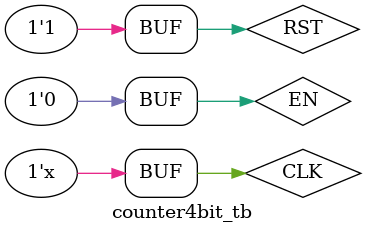
<source format=v>

`timescale 1ns / 1ps

module counter4bit(CLK,RST,EN,OUT);
input CLK,RST,EN;
output [3:0] OUT;
wire CLK,RST,EN;
reg [3:0] OUT;

always@(posedge CLK)//Positive triggering
begin
	if(RST == 1'b1)//Reset is high to make the output to zero
	begin
		OUT <= 4'b0000;
	end
	else 
	if (EN == 1'b1)//Enable signal is high to make the count
	begin
		OUT <= OUT + 4'b0001;
	end
end
endmodule

//Testbench code for 4bit synchronous up counter

`timescale 1ns / 1ps
module counter4bit_tb();
reg CLK,RST,EN;
wire [3:0] OUT;

//Initial stimulus to input signals
initial
begin
	CLK<=1'b0;
	RST<=1'b0;
	EN<=1'b0;
end

// Instantiation of the Counter4bit module

counter4bit c(.CLK(CLK), .RST(RST), .EN(EN), .OUT(OUT));

//clock signal setup with a clock period of 10ns

always #10 CLK = ~CLK;

//stimulus
initial
begin
	#5 RST <= 1;
	#10 EN <= 1;
	
	#10 RST <= 0;
	#10 EN <= 1;

	#300 EN <= 0;

	#10 RST <= 1;
end
endmodule
</source>
